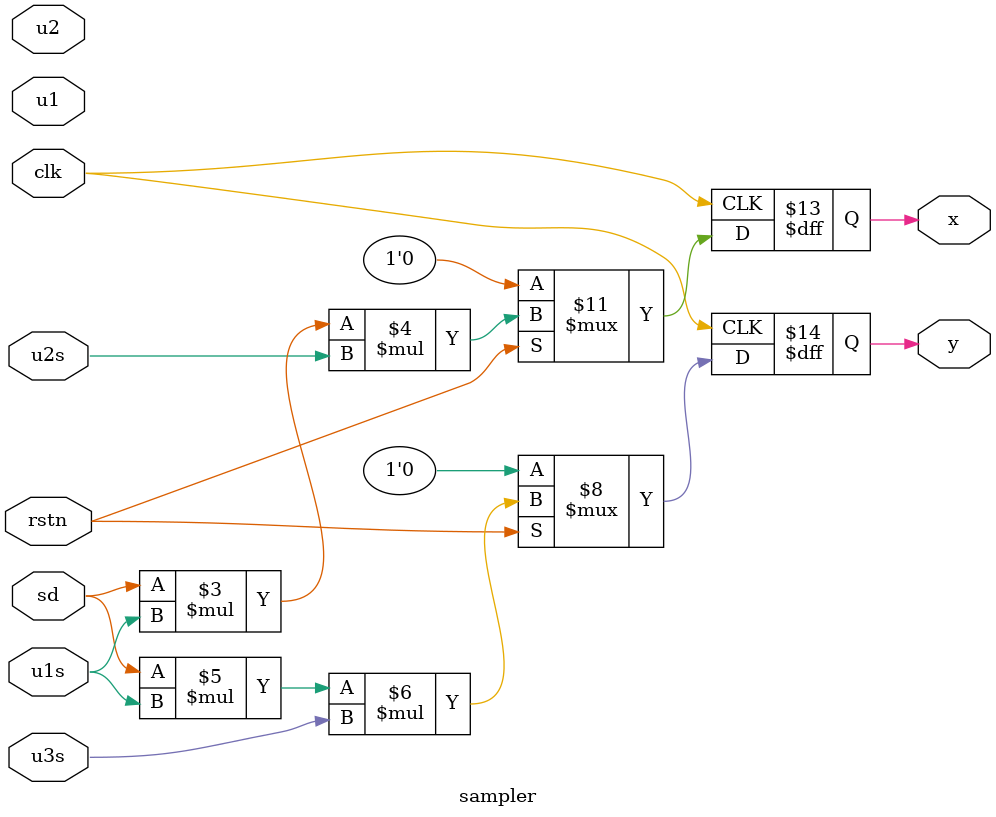
<source format=sv>
`timescale 1ns / 1ps

module sampler(input clk,
              input rstn,
              input sd,input u1,input u2,
               input u1s,u2s,u3s,
              output reg x,
               output reg y);
  always@(posedge clk) begin
    if(!rstn) begin
      x <= 0;
      y <= 0;
    end
    else begin
      x <= sd*u1s*u2s;
      y <= sd*u1s*u3s;
    end
  end

endmodule

</source>
